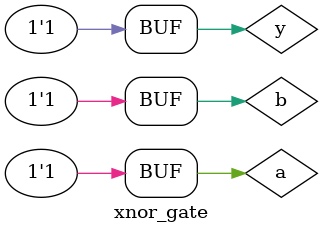
<source format=v>

module xnor_gate;
    reg a, b;
    wire y;
    xnor xnor_gate(y, a, b);
    initial begin
        #0 a = 0;
        b = 0;
        #5 a = 0;
        b = 1;
        #10 a = 1;
        b = 0;
        #15 a = 1;
        b = 1;
    end
    initial begin
        $monitor($time, "a = %b, b = %b, y = %b", a, b, y);
    end
    initial begin
        $dumpfile("xnor_gate.vcd");
        $dumpvars(0, xnor_gate);
    end
endmodule

</source>
